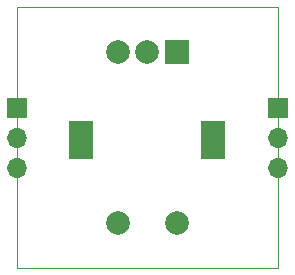
<source format=gbr>
G04 #@! TF.GenerationSoftware,KiCad,Pcbnew,(5.99.0-11522-g728b160719)*
G04 #@! TF.CreationDate,2021-08-06T10:01:23+10:00*
G04 #@! TF.ProjectId,Rotary Encoder,526f7461-7279-4204-956e-636f6465722e,rev?*
G04 #@! TF.SameCoordinates,Original*
G04 #@! TF.FileFunction,Soldermask,Bot*
G04 #@! TF.FilePolarity,Negative*
%FSLAX46Y46*%
G04 Gerber Fmt 4.6, Leading zero omitted, Abs format (unit mm)*
G04 Created by KiCad (PCBNEW (5.99.0-11522-g728b160719)) date 2021-08-06 10:01:23*
%MOMM*%
%LPD*%
G01*
G04 APERTURE LIST*
G04 #@! TA.AperFunction,Profile*
%ADD10C,0.100000*%
G04 #@! TD*
%ADD11R,2.000000X2.000000*%
%ADD12C,2.000000*%
%ADD13R,2.000000X3.200000*%
%ADD14R,1.700000X1.700000*%
%ADD15O,1.700000X1.700000*%
G04 APERTURE END LIST*
D10*
X86868000Y-54356000D02*
X108966000Y-54356000D01*
X108966000Y-54356000D02*
X108966000Y-76454000D01*
X108966000Y-76454000D02*
X86868000Y-76454000D01*
X86868000Y-76454000D02*
X86868000Y-54356000D01*
D11*
G04 #@! TO.C,SW1*
X100417000Y-58155000D03*
D12*
X95417000Y-58155000D03*
X97917000Y-58155000D03*
D13*
X103517000Y-65655000D03*
X92317000Y-65655000D03*
D12*
X95417000Y-72655000D03*
X100417000Y-72655000D03*
G04 #@! TD*
D14*
G04 #@! TO.C,J1*
X108991000Y-62880000D03*
D15*
X108991000Y-65420000D03*
X108991000Y-67960000D03*
G04 #@! TD*
D14*
G04 #@! TO.C,J2*
X86893000Y-62880000D03*
D15*
X86893000Y-65420000D03*
X86893000Y-67960000D03*
G04 #@! TD*
M02*

</source>
